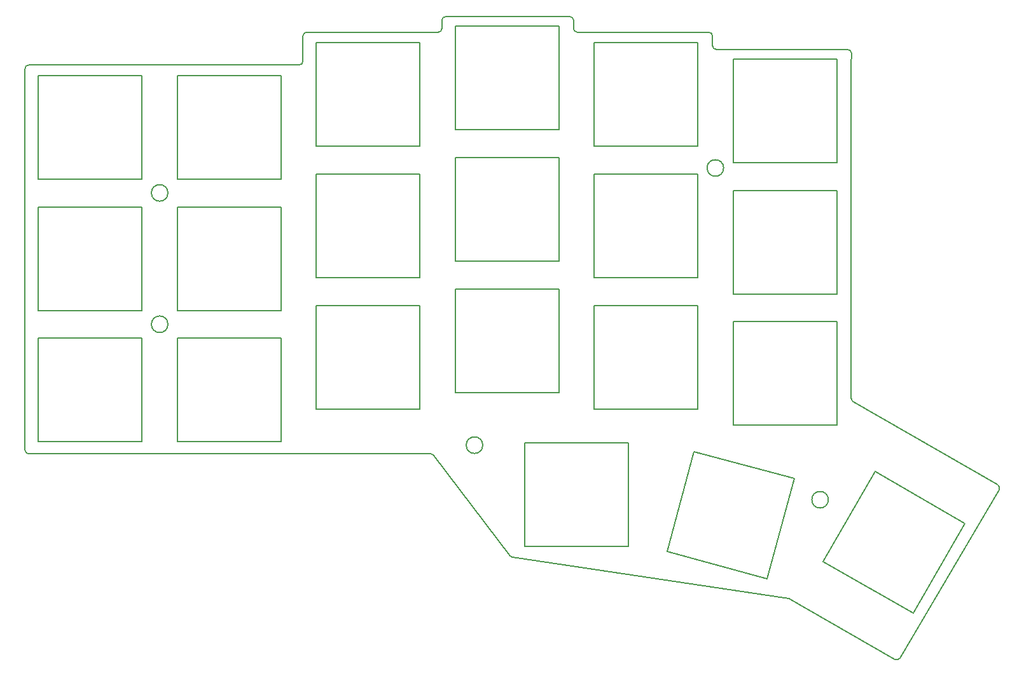
<source format=gm1>
G04 #@! TF.GenerationSoftware,KiCad,Pcbnew,8.0.8+1*
G04 #@! TF.CreationDate,2025-07-09T06:01:43+00:00*
G04 #@! TF.ProjectId,frontplate,66726f6e-7470-46c6-9174-652e6b696361,0.2*
G04 #@! TF.SameCoordinates,Original*
G04 #@! TF.FileFunction,Profile,NP*
%FSLAX46Y46*%
G04 Gerber Fmt 4.6, Leading zero omitted, Abs format (unit mm)*
G04 Created by KiCad (PCBNEW 8.0.8+1) date 2025-07-09 06:01:43*
%MOMM*%
%LPD*%
G01*
G04 APERTURE LIST*
G04 #@! TA.AperFunction,Profile*
%ADD10C,0.150000*%
G04 #@! TD*
G04 APERTURE END LIST*
D10*
X91316981Y-108012450D02*
X91315019Y-57202506D01*
X91815006Y-56702486D02*
X127815014Y-56701514D01*
X128315000Y-56201514D02*
X128315000Y-52827500D01*
X128815000Y-52327500D02*
X146315000Y-52327500D01*
X146815000Y-51827500D02*
X146815000Y-50752500D01*
X147315000Y-50252500D02*
X163843000Y-50252500D01*
X164343000Y-50752500D02*
X164343000Y-51827500D01*
X164843000Y-52327500D02*
X182343000Y-52327500D01*
X182843000Y-52827500D02*
X182843000Y-54123122D01*
X183342878Y-54623122D02*
X200837063Y-54627377D01*
X201336905Y-55133401D02*
X201318036Y-56699487D01*
X201318000Y-56705511D02*
X201318000Y-101110943D01*
X201568000Y-101543956D02*
X220815990Y-112656788D01*
X220996688Y-113343769D02*
X207799933Y-135723804D01*
X207119235Y-135902849D02*
X193184927Y-127857872D01*
X193008466Y-127796322D02*
X156246981Y-122330034D01*
X155921790Y-122137157D02*
X145757574Y-108703349D01*
X145358774Y-108505034D02*
X91817050Y-108512431D01*
X91315019Y-57202506D02*
G75*
G02*
X91815006Y-56702519I499981J6D01*
G01*
X128315000Y-56201514D02*
G75*
G02*
X127815013Y-56701500I-500000J14D01*
G01*
X128315000Y-52827500D02*
G75*
G02*
X128815000Y-52327500I500000J0D01*
G01*
X146815000Y-51827500D02*
G75*
G02*
X146315000Y-52327500I-500000J0D01*
G01*
X146815000Y-50752500D02*
G75*
G02*
X147315000Y-50252500I500000J0D01*
G01*
X163843000Y-50252500D02*
G75*
G02*
X164343000Y-50752500I0J-500000D01*
G01*
X164843000Y-52327500D02*
G75*
G02*
X164343000Y-51827500I0J500000D01*
G01*
X182343000Y-52327500D02*
G75*
G02*
X182843000Y-52827500I0J-500000D01*
G01*
X183342878Y-54623122D02*
G75*
G02*
X182842978Y-54123122I122J500022D01*
G01*
X200837063Y-54627377D02*
G75*
G02*
X201336887Y-55133401I-163J-500023D01*
G01*
X201318000Y-56705511D02*
G75*
G02*
X201318036Y-56699487I504000J11D01*
G01*
X201568000Y-101543956D02*
G75*
G02*
X201317963Y-101110943I250000J433056D01*
G01*
X220815990Y-112656788D02*
G75*
G02*
X220996690Y-113343770I-249990J-433012D01*
G01*
X207799933Y-135723804D02*
G75*
G02*
X207119217Y-135902879I-430733J254004D01*
G01*
X193008466Y-127796322D02*
G75*
G02*
X193184923Y-127857878I-73566J-494578D01*
G01*
X156246981Y-122330034D02*
G75*
G02*
X155921788Y-122137158I73519J494534D01*
G01*
X145358774Y-108505034D02*
G75*
G02*
X145757536Y-108703378I26J-499966D01*
G01*
X91817050Y-108512431D02*
G75*
G02*
X91316969Y-108012450I-50J500031D01*
G01*
X93100000Y-106900000D02*
X106900000Y-106900000D01*
X106900000Y-106900000D02*
X106900000Y-93100000D01*
X106900000Y-93100000D02*
X93100000Y-93100000D01*
X93100000Y-93100000D02*
X93100000Y-106900000D01*
X93100000Y-89400000D02*
X106900000Y-89400000D01*
X106900000Y-89400000D02*
X106900000Y-75600000D01*
X106900000Y-75600000D02*
X93100000Y-75600000D01*
X93100000Y-75600000D02*
X93100000Y-89400000D01*
X93100000Y-71900000D02*
X106900000Y-71900000D01*
X106900000Y-71900000D02*
X106900000Y-58100000D01*
X106900000Y-58100000D02*
X93100000Y-58100000D01*
X93100000Y-58100000D02*
X93100000Y-71900000D01*
X111600000Y-106900000D02*
X125400000Y-106900000D01*
X125400000Y-106900000D02*
X125400000Y-93100000D01*
X125400000Y-93100000D02*
X111600000Y-93100000D01*
X111600000Y-93100000D02*
X111600000Y-106900000D01*
X111600000Y-89400000D02*
X125400000Y-89400000D01*
X125400000Y-89400000D02*
X125400000Y-75600000D01*
X125400000Y-75600000D02*
X111600000Y-75600000D01*
X111600000Y-75600000D02*
X111600000Y-89400000D01*
X111600000Y-71900000D02*
X125400000Y-71900000D01*
X125400000Y-71900000D02*
X125400000Y-58100000D01*
X125400000Y-58100000D02*
X111600000Y-58100000D01*
X111600000Y-58100000D02*
X111600000Y-71900000D01*
X130100000Y-102525000D02*
X143900000Y-102525000D01*
X143900000Y-102525000D02*
X143900000Y-88725000D01*
X143900000Y-88725000D02*
X130100000Y-88725000D01*
X130100000Y-88725000D02*
X130100000Y-102525000D01*
X130100000Y-85025000D02*
X143900000Y-85025000D01*
X143900000Y-85025000D02*
X143900000Y-71225000D01*
X143900000Y-71225000D02*
X130100000Y-71225000D01*
X130100000Y-71225000D02*
X130100000Y-85025000D01*
X130100000Y-67525000D02*
X143900000Y-67525000D01*
X143900000Y-67525000D02*
X143900000Y-53725000D01*
X143900000Y-53725000D02*
X130100000Y-53725000D01*
X130100000Y-53725000D02*
X130100000Y-67525000D01*
X148600000Y-100337500D02*
X162400000Y-100337500D01*
X162400000Y-100337500D02*
X162400000Y-86537500D01*
X162400000Y-86537500D02*
X148600000Y-86537500D01*
X148600000Y-86537500D02*
X148600000Y-100337500D01*
X148600000Y-82837500D02*
X162400000Y-82837500D01*
X162400000Y-82837500D02*
X162400000Y-69037500D01*
X162400000Y-69037500D02*
X148600000Y-69037500D01*
X148600000Y-69037500D02*
X148600000Y-82837500D01*
X148600000Y-65337500D02*
X162400000Y-65337500D01*
X162400000Y-65337500D02*
X162400000Y-51537500D01*
X162400000Y-51537500D02*
X148600000Y-51537500D01*
X148600000Y-51537500D02*
X148600000Y-65337500D01*
X167100000Y-102525000D02*
X180900000Y-102525000D01*
X180900000Y-102525000D02*
X180900000Y-88725000D01*
X180900000Y-88725000D02*
X167100000Y-88725000D01*
X167100000Y-88725000D02*
X167100000Y-102525000D01*
X167100000Y-85025000D02*
X180900000Y-85025000D01*
X180900000Y-85025000D02*
X180900000Y-71225000D01*
X180900000Y-71225000D02*
X167100000Y-71225000D01*
X167100000Y-71225000D02*
X167100000Y-85025000D01*
X167100000Y-67525000D02*
X180900000Y-67525000D01*
X180900000Y-67525000D02*
X180900000Y-53725000D01*
X180900000Y-53725000D02*
X167100000Y-53725000D01*
X167100000Y-53725000D02*
X167100000Y-67525000D01*
X185600000Y-104712500D02*
X199400000Y-104712500D01*
X199400000Y-104712500D02*
X199400000Y-90912500D01*
X199400000Y-90912500D02*
X185600000Y-90912500D01*
X185600000Y-90912500D02*
X185600000Y-104712500D01*
X185600000Y-87212500D02*
X199400000Y-87212500D01*
X199400000Y-87212500D02*
X199400000Y-73412500D01*
X199400000Y-73412500D02*
X185600000Y-73412500D01*
X185600000Y-73412500D02*
X185600000Y-87212500D01*
X185600000Y-69712500D02*
X199400000Y-69712500D01*
X199400000Y-69712500D02*
X199400000Y-55912500D01*
X199400000Y-55912500D02*
X185600000Y-55912500D01*
X185600000Y-55912500D02*
X185600000Y-69712500D01*
X157850000Y-120837500D02*
X171650000Y-120837500D01*
X171650000Y-120837500D02*
X171650000Y-107037500D01*
X171650000Y-107037500D02*
X157850000Y-107037500D01*
X157850000Y-107037500D02*
X157850000Y-120837500D01*
X176799260Y-121566537D02*
X190129037Y-125138240D01*
X190129037Y-125138240D02*
X193700740Y-111808463D01*
X193700740Y-111808463D02*
X180370963Y-108236760D01*
X180370963Y-108236760D02*
X176799260Y-121566537D01*
X209539418Y-129747823D02*
X216439418Y-117796673D01*
X216439418Y-117796673D02*
X204488268Y-110896673D01*
X204488268Y-110896673D02*
X197588268Y-122847823D01*
X197588268Y-122847823D02*
X209539418Y-129747823D01*
X110350000Y-73750000D02*
G75*
G02*
X108150000Y-73750000I-1100000J0D01*
G01*
X108150000Y-73750000D02*
G75*
G02*
X110350000Y-73750000I1100000J0D01*
G01*
X110350000Y-91250000D02*
G75*
G02*
X108150000Y-91250000I-1100000J0D01*
G01*
X108150000Y-91250000D02*
G75*
G02*
X110350000Y-91250000I1100000J0D01*
G01*
X184318000Y-70423500D02*
G75*
G02*
X182118000Y-70423500I-1100000J0D01*
G01*
X182118000Y-70423500D02*
G75*
G02*
X184318000Y-70423500I1100000J0D01*
G01*
X152257000Y-107365000D02*
G75*
G02*
X150057000Y-107365000I-1100000J0D01*
G01*
X150057000Y-107365000D02*
G75*
G02*
X152257000Y-107365000I1100000J0D01*
G01*
X198257608Y-114631748D02*
G75*
G02*
X196057608Y-114631748I-1100000J0D01*
G01*
X196057608Y-114631748D02*
G75*
G02*
X198257608Y-114631748I1100000J0D01*
G01*
M02*

</source>
